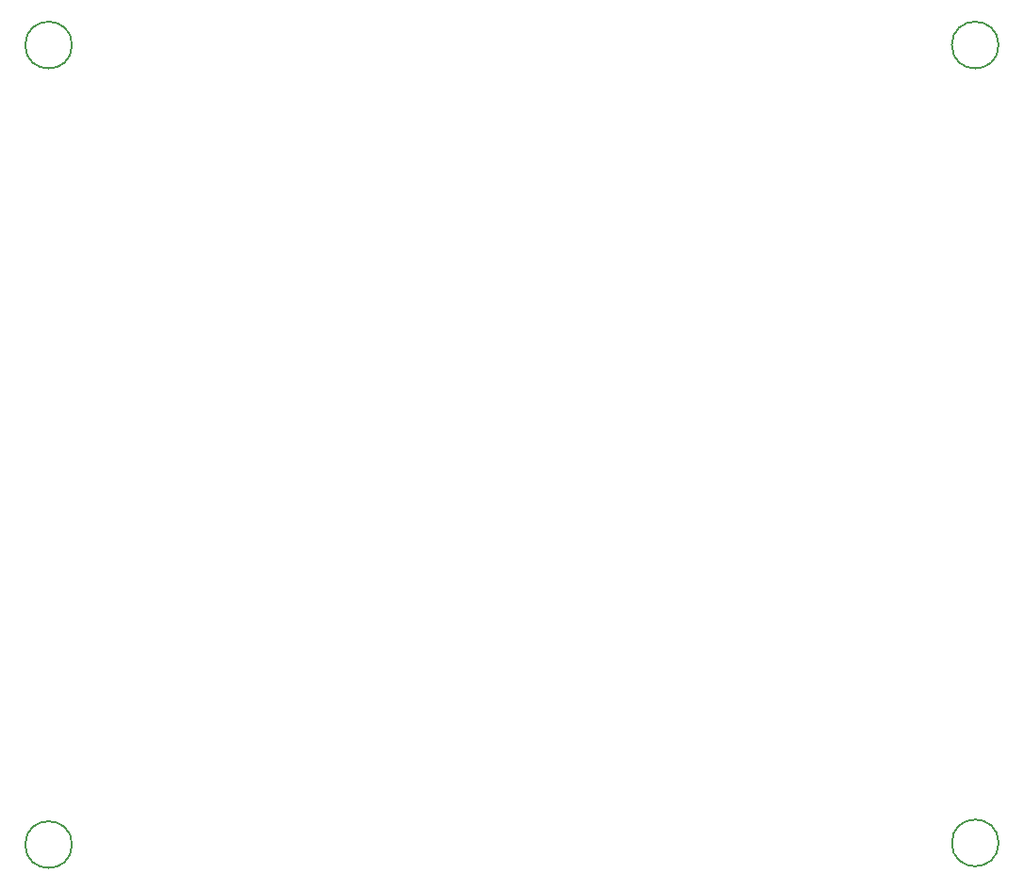
<source format=gbr>
%TF.GenerationSoftware,KiCad,Pcbnew,8.0.8*%
%TF.CreationDate,2025-03-12T15:40:14-04:00*%
%TF.ProjectId,ECE477-SeniorDesign,45434534-3737-42d5-9365-6e696f724465,rev?*%
%TF.SameCoordinates,Original*%
%TF.FileFunction,Other,Comment*%
%FSLAX46Y46*%
G04 Gerber Fmt 4.6, Leading zero omitted, Abs format (unit mm)*
G04 Created by KiCad (PCBNEW 8.0.8) date 2025-03-12 15:40:14*
%MOMM*%
%LPD*%
G01*
G04 APERTURE LIST*
%ADD10C,0.150000*%
G04 APERTURE END LIST*
D10*
%TO.C,H2*%
X117100000Y-119800000D02*
G75*
G02*
X112900000Y-119800000I-2100000J0D01*
G01*
X112900000Y-119800000D02*
G75*
G02*
X117100000Y-119800000I2100000J0D01*
G01*
%TO.C,H4*%
X200300000Y-119650000D02*
G75*
G02*
X196100000Y-119650000I-2100000J0D01*
G01*
X196100000Y-119650000D02*
G75*
G02*
X200300000Y-119650000I2100000J0D01*
G01*
%TO.C,H1*%
X117100000Y-48000000D02*
G75*
G02*
X112900000Y-48000000I-2100000J0D01*
G01*
X112900000Y-48000000D02*
G75*
G02*
X117100000Y-48000000I2100000J0D01*
G01*
%TO.C,H3*%
X200300000Y-48000000D02*
G75*
G02*
X196100000Y-48000000I-2100000J0D01*
G01*
X196100000Y-48000000D02*
G75*
G02*
X200300000Y-48000000I2100000J0D01*
G01*
%TD*%
M02*

</source>
